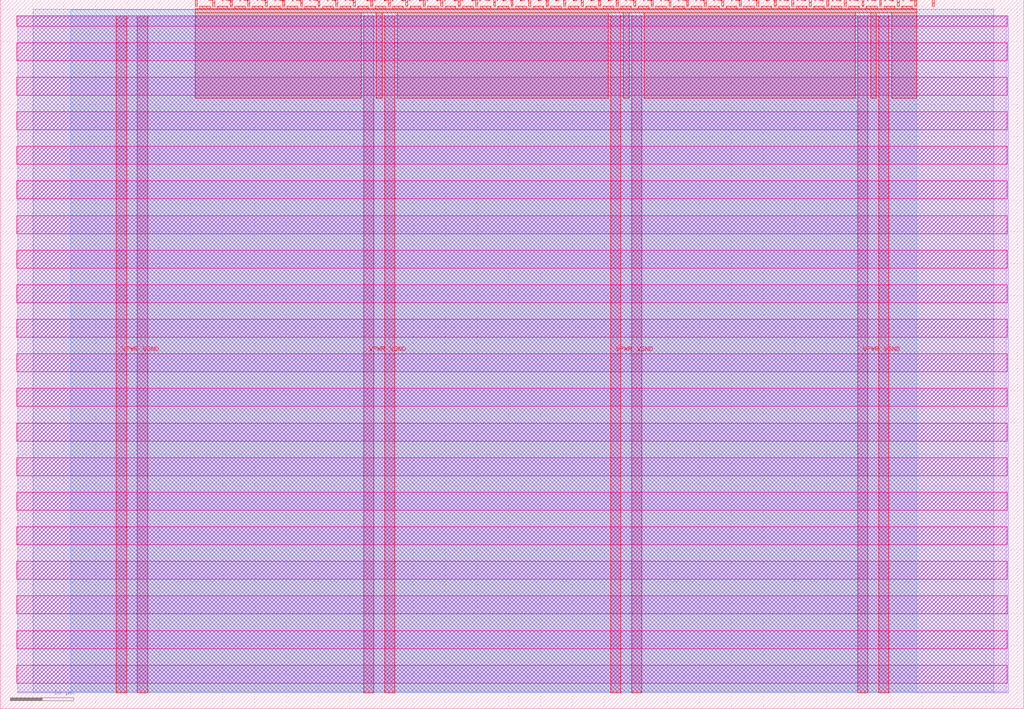
<source format=lef>
VERSION 5.7 ;
  NOWIREEXTENSIONATPIN ON ;
  DIVIDERCHAR "/" ;
  BUSBITCHARS "[]" ;
MACRO tt_um_johshoff_metaballs
  CLASS BLOCK ;
  FOREIGN tt_um_johshoff_metaballs ;
  ORIGIN 0.000 0.000 ;
  SIZE 161.000 BY 111.520 ;
  PIN VGND
    DIRECTION INOUT ;
    USE GROUND ;
    PORT
      LAYER met4 ;
        RECT 21.580 2.480 23.180 109.040 ;
    END
    PORT
      LAYER met4 ;
        RECT 60.450 2.480 62.050 109.040 ;
    END
    PORT
      LAYER met4 ;
        RECT 99.320 2.480 100.920 109.040 ;
    END
    PORT
      LAYER met4 ;
        RECT 138.190 2.480 139.790 109.040 ;
    END
  END VGND
  PIN VPWR
    DIRECTION INOUT ;
    USE POWER ;
    PORT
      LAYER met4 ;
        RECT 18.280 2.480 19.880 109.040 ;
    END
    PORT
      LAYER met4 ;
        RECT 57.150 2.480 58.750 109.040 ;
    END
    PORT
      LAYER met4 ;
        RECT 96.020 2.480 97.620 109.040 ;
    END
    PORT
      LAYER met4 ;
        RECT 134.890 2.480 136.490 109.040 ;
    END
  END VPWR
  PIN clk
    DIRECTION INPUT ;
    USE SIGNAL ;
    ANTENNAGATEAREA 0.852000 ;
    PORT
      LAYER met4 ;
        RECT 143.830 110.520 144.130 111.520 ;
    END
  END clk
  PIN ena
    DIRECTION INPUT ;
    USE SIGNAL ;
    PORT
      LAYER met4 ;
        RECT 146.590 110.520 146.890 111.520 ;
    END
  END ena
  PIN rst_n
    DIRECTION INPUT ;
    USE SIGNAL ;
    ANTENNAGATEAREA 0.196500 ;
    PORT
      LAYER met4 ;
        RECT 141.070 110.520 141.370 111.520 ;
    END
  END rst_n
  PIN ui_in[0]
    DIRECTION INPUT ;
    USE SIGNAL ;
    PORT
      LAYER met4 ;
        RECT 138.310 110.520 138.610 111.520 ;
    END
  END ui_in[0]
  PIN ui_in[1]
    DIRECTION INPUT ;
    USE SIGNAL ;
    PORT
      LAYER met4 ;
        RECT 135.550 110.520 135.850 111.520 ;
    END
  END ui_in[1]
  PIN ui_in[2]
    DIRECTION INPUT ;
    USE SIGNAL ;
    PORT
      LAYER met4 ;
        RECT 132.790 110.520 133.090 111.520 ;
    END
  END ui_in[2]
  PIN ui_in[3]
    DIRECTION INPUT ;
    USE SIGNAL ;
    PORT
      LAYER met4 ;
        RECT 130.030 110.520 130.330 111.520 ;
    END
  END ui_in[3]
  PIN ui_in[4]
    DIRECTION INPUT ;
    USE SIGNAL ;
    PORT
      LAYER met4 ;
        RECT 127.270 110.520 127.570 111.520 ;
    END
  END ui_in[4]
  PIN ui_in[5]
    DIRECTION INPUT ;
    USE SIGNAL ;
    PORT
      LAYER met4 ;
        RECT 124.510 110.520 124.810 111.520 ;
    END
  END ui_in[5]
  PIN ui_in[6]
    DIRECTION INPUT ;
    USE SIGNAL ;
    PORT
      LAYER met4 ;
        RECT 121.750 110.520 122.050 111.520 ;
    END
  END ui_in[6]
  PIN ui_in[7]
    DIRECTION INPUT ;
    USE SIGNAL ;
    PORT
      LAYER met4 ;
        RECT 118.990 110.520 119.290 111.520 ;
    END
  END ui_in[7]
  PIN uio_in[0]
    DIRECTION INPUT ;
    USE SIGNAL ;
    PORT
      LAYER met4 ;
        RECT 116.230 110.520 116.530 111.520 ;
    END
  END uio_in[0]
  PIN uio_in[1]
    DIRECTION INPUT ;
    USE SIGNAL ;
    PORT
      LAYER met4 ;
        RECT 113.470 110.520 113.770 111.520 ;
    END
  END uio_in[1]
  PIN uio_in[2]
    DIRECTION INPUT ;
    USE SIGNAL ;
    PORT
      LAYER met4 ;
        RECT 110.710 110.520 111.010 111.520 ;
    END
  END uio_in[2]
  PIN uio_in[3]
    DIRECTION INPUT ;
    USE SIGNAL ;
    PORT
      LAYER met4 ;
        RECT 107.950 110.520 108.250 111.520 ;
    END
  END uio_in[3]
  PIN uio_in[4]
    DIRECTION INPUT ;
    USE SIGNAL ;
    PORT
      LAYER met4 ;
        RECT 105.190 110.520 105.490 111.520 ;
    END
  END uio_in[4]
  PIN uio_in[5]
    DIRECTION INPUT ;
    USE SIGNAL ;
    PORT
      LAYER met4 ;
        RECT 102.430 110.520 102.730 111.520 ;
    END
  END uio_in[5]
  PIN uio_in[6]
    DIRECTION INPUT ;
    USE SIGNAL ;
    PORT
      LAYER met4 ;
        RECT 99.670 110.520 99.970 111.520 ;
    END
  END uio_in[6]
  PIN uio_in[7]
    DIRECTION INPUT ;
    USE SIGNAL ;
    PORT
      LAYER met4 ;
        RECT 96.910 110.520 97.210 111.520 ;
    END
  END uio_in[7]
  PIN uio_oe[0]
    DIRECTION OUTPUT ;
    USE SIGNAL ;
    ANTENNADIFFAREA 0.445500 ;
    PORT
      LAYER met4 ;
        RECT 49.990 110.520 50.290 111.520 ;
    END
  END uio_oe[0]
  PIN uio_oe[1]
    DIRECTION OUTPUT ;
    USE SIGNAL ;
    ANTENNADIFFAREA 0.445500 ;
    PORT
      LAYER met4 ;
        RECT 47.230 110.520 47.530 111.520 ;
    END
  END uio_oe[1]
  PIN uio_oe[2]
    DIRECTION OUTPUT ;
    USE SIGNAL ;
    ANTENNADIFFAREA 0.445500 ;
    PORT
      LAYER met4 ;
        RECT 44.470 110.520 44.770 111.520 ;
    END
  END uio_oe[2]
  PIN uio_oe[3]
    DIRECTION OUTPUT ;
    USE SIGNAL ;
    ANTENNADIFFAREA 0.445500 ;
    PORT
      LAYER met4 ;
        RECT 41.710 110.520 42.010 111.520 ;
    END
  END uio_oe[3]
  PIN uio_oe[4]
    DIRECTION OUTPUT ;
    USE SIGNAL ;
    ANTENNADIFFAREA 0.445500 ;
    PORT
      LAYER met4 ;
        RECT 38.950 110.520 39.250 111.520 ;
    END
  END uio_oe[4]
  PIN uio_oe[5]
    DIRECTION OUTPUT ;
    USE SIGNAL ;
    ANTENNADIFFAREA 0.445500 ;
    PORT
      LAYER met4 ;
        RECT 36.190 110.520 36.490 111.520 ;
    END
  END uio_oe[5]
  PIN uio_oe[6]
    DIRECTION OUTPUT ;
    USE SIGNAL ;
    ANTENNADIFFAREA 0.445500 ;
    PORT
      LAYER met4 ;
        RECT 33.430 110.520 33.730 111.520 ;
    END
  END uio_oe[6]
  PIN uio_oe[7]
    DIRECTION OUTPUT ;
    USE SIGNAL ;
    ANTENNADIFFAREA 0.445500 ;
    PORT
      LAYER met4 ;
        RECT 30.670 110.520 30.970 111.520 ;
    END
  END uio_oe[7]
  PIN uio_out[0]
    DIRECTION OUTPUT ;
    USE SIGNAL ;
    ANTENNADIFFAREA 0.445500 ;
    PORT
      LAYER met4 ;
        RECT 72.070 110.520 72.370 111.520 ;
    END
  END uio_out[0]
  PIN uio_out[1]
    DIRECTION OUTPUT ;
    USE SIGNAL ;
    ANTENNADIFFAREA 0.445500 ;
    PORT
      LAYER met4 ;
        RECT 69.310 110.520 69.610 111.520 ;
    END
  END uio_out[1]
  PIN uio_out[2]
    DIRECTION OUTPUT ;
    USE SIGNAL ;
    ANTENNADIFFAREA 0.445500 ;
    PORT
      LAYER met4 ;
        RECT 66.550 110.520 66.850 111.520 ;
    END
  END uio_out[2]
  PIN uio_out[3]
    DIRECTION OUTPUT ;
    USE SIGNAL ;
    ANTENNADIFFAREA 0.445500 ;
    PORT
      LAYER met4 ;
        RECT 63.790 110.520 64.090 111.520 ;
    END
  END uio_out[3]
  PIN uio_out[4]
    DIRECTION OUTPUT ;
    USE SIGNAL ;
    ANTENNADIFFAREA 0.445500 ;
    PORT
      LAYER met4 ;
        RECT 61.030 110.520 61.330 111.520 ;
    END
  END uio_out[4]
  PIN uio_out[5]
    DIRECTION OUTPUT ;
    USE SIGNAL ;
    ANTENNADIFFAREA 0.445500 ;
    PORT
      LAYER met4 ;
        RECT 58.270 110.520 58.570 111.520 ;
    END
  END uio_out[5]
  PIN uio_out[6]
    DIRECTION OUTPUT ;
    USE SIGNAL ;
    ANTENNADIFFAREA 0.445500 ;
    PORT
      LAYER met4 ;
        RECT 55.510 110.520 55.810 111.520 ;
    END
  END uio_out[6]
  PIN uio_out[7]
    DIRECTION OUTPUT ;
    USE SIGNAL ;
    ANTENNADIFFAREA 0.445500 ;
    PORT
      LAYER met4 ;
        RECT 52.750 110.520 53.050 111.520 ;
    END
  END uio_out[7]
  PIN uo_out[0]
    DIRECTION OUTPUT ;
    USE SIGNAL ;
    ANTENNADIFFAREA 0.445500 ;
    PORT
      LAYER met4 ;
        RECT 94.150 110.520 94.450 111.520 ;
    END
  END uo_out[0]
  PIN uo_out[1]
    DIRECTION OUTPUT ;
    USE SIGNAL ;
    ANTENNADIFFAREA 0.445500 ;
    PORT
      LAYER met4 ;
        RECT 91.390 110.520 91.690 111.520 ;
    END
  END uo_out[1]
  PIN uo_out[2]
    DIRECTION OUTPUT ;
    USE SIGNAL ;
    ANTENNADIFFAREA 0.445500 ;
    PORT
      LAYER met4 ;
        RECT 88.630 110.520 88.930 111.520 ;
    END
  END uo_out[2]
  PIN uo_out[3]
    DIRECTION OUTPUT ;
    USE SIGNAL ;
    ANTENNADIFFAREA 0.445500 ;
    PORT
      LAYER met4 ;
        RECT 85.870 110.520 86.170 111.520 ;
    END
  END uo_out[3]
  PIN uo_out[4]
    DIRECTION OUTPUT ;
    USE SIGNAL ;
    ANTENNADIFFAREA 0.445500 ;
    PORT
      LAYER met4 ;
        RECT 83.110 110.520 83.410 111.520 ;
    END
  END uo_out[4]
  PIN uo_out[5]
    DIRECTION OUTPUT ;
    USE SIGNAL ;
    ANTENNADIFFAREA 0.445500 ;
    PORT
      LAYER met4 ;
        RECT 80.350 110.520 80.650 111.520 ;
    END
  END uo_out[5]
  PIN uo_out[6]
    DIRECTION OUTPUT ;
    USE SIGNAL ;
    ANTENNADIFFAREA 0.445500 ;
    PORT
      LAYER met4 ;
        RECT 77.590 110.520 77.890 111.520 ;
    END
  END uo_out[6]
  PIN uo_out[7]
    DIRECTION OUTPUT ;
    USE SIGNAL ;
    ANTENNADIFFAREA 0.445500 ;
    PORT
      LAYER met4 ;
        RECT 74.830 110.520 75.130 111.520 ;
    END
  END uo_out[7]
  OBS
      LAYER nwell ;
        RECT 2.570 107.385 158.430 108.990 ;
        RECT 2.570 101.945 158.430 104.775 ;
        RECT 2.570 96.505 158.430 99.335 ;
        RECT 2.570 91.065 158.430 93.895 ;
        RECT 2.570 85.625 158.430 88.455 ;
        RECT 2.570 80.185 158.430 83.015 ;
        RECT 2.570 74.745 158.430 77.575 ;
        RECT 2.570 69.305 158.430 72.135 ;
        RECT 2.570 63.865 158.430 66.695 ;
        RECT 2.570 58.425 158.430 61.255 ;
        RECT 2.570 52.985 158.430 55.815 ;
        RECT 2.570 47.545 158.430 50.375 ;
        RECT 2.570 42.105 158.430 44.935 ;
        RECT 2.570 36.665 158.430 39.495 ;
        RECT 2.570 31.225 158.430 34.055 ;
        RECT 2.570 25.785 158.430 28.615 ;
        RECT 2.570 20.345 158.430 23.175 ;
        RECT 2.570 14.905 158.430 17.735 ;
        RECT 2.570 9.465 158.430 12.295 ;
        RECT 2.570 4.025 158.430 6.855 ;
      LAYER li1 ;
        RECT 2.760 2.635 158.240 108.885 ;
      LAYER met1 ;
        RECT 2.760 2.480 158.540 109.040 ;
      LAYER met2 ;
        RECT 5.160 2.535 156.300 110.005 ;
      LAYER met3 ;
        RECT 11.105 2.555 144.170 109.985 ;
      LAYER met4 ;
        RECT 31.370 110.120 33.030 110.520 ;
        RECT 34.130 110.120 35.790 110.520 ;
        RECT 36.890 110.120 38.550 110.520 ;
        RECT 39.650 110.120 41.310 110.520 ;
        RECT 42.410 110.120 44.070 110.520 ;
        RECT 45.170 110.120 46.830 110.520 ;
        RECT 47.930 110.120 49.590 110.520 ;
        RECT 50.690 110.120 52.350 110.520 ;
        RECT 53.450 110.120 55.110 110.520 ;
        RECT 56.210 110.120 57.870 110.520 ;
        RECT 58.970 110.120 60.630 110.520 ;
        RECT 61.730 110.120 63.390 110.520 ;
        RECT 64.490 110.120 66.150 110.520 ;
        RECT 67.250 110.120 68.910 110.520 ;
        RECT 70.010 110.120 71.670 110.520 ;
        RECT 72.770 110.120 74.430 110.520 ;
        RECT 75.530 110.120 77.190 110.520 ;
        RECT 78.290 110.120 79.950 110.520 ;
        RECT 81.050 110.120 82.710 110.520 ;
        RECT 83.810 110.120 85.470 110.520 ;
        RECT 86.570 110.120 88.230 110.520 ;
        RECT 89.330 110.120 90.990 110.520 ;
        RECT 92.090 110.120 93.750 110.520 ;
        RECT 94.850 110.120 96.510 110.520 ;
        RECT 97.610 110.120 99.270 110.520 ;
        RECT 100.370 110.120 102.030 110.520 ;
        RECT 103.130 110.120 104.790 110.520 ;
        RECT 105.890 110.120 107.550 110.520 ;
        RECT 108.650 110.120 110.310 110.520 ;
        RECT 111.410 110.120 113.070 110.520 ;
        RECT 114.170 110.120 115.830 110.520 ;
        RECT 116.930 110.120 118.590 110.520 ;
        RECT 119.690 110.120 121.350 110.520 ;
        RECT 122.450 110.120 124.110 110.520 ;
        RECT 125.210 110.120 126.870 110.520 ;
        RECT 127.970 110.120 129.630 110.520 ;
        RECT 130.730 110.120 132.390 110.520 ;
        RECT 133.490 110.120 135.150 110.520 ;
        RECT 136.250 110.120 137.910 110.520 ;
        RECT 139.010 110.120 140.670 110.520 ;
        RECT 141.770 110.120 143.430 110.520 ;
        RECT 30.655 109.440 144.145 110.120 ;
        RECT 30.655 96.055 56.750 109.440 ;
        RECT 59.150 96.055 60.050 109.440 ;
        RECT 62.450 96.055 95.620 109.440 ;
        RECT 98.020 96.055 98.920 109.440 ;
        RECT 101.320 96.055 134.490 109.440 ;
        RECT 136.890 96.055 137.790 109.440 ;
        RECT 140.190 96.055 144.145 109.440 ;
  END
END tt_um_johshoff_metaballs
END LIBRARY


</source>
